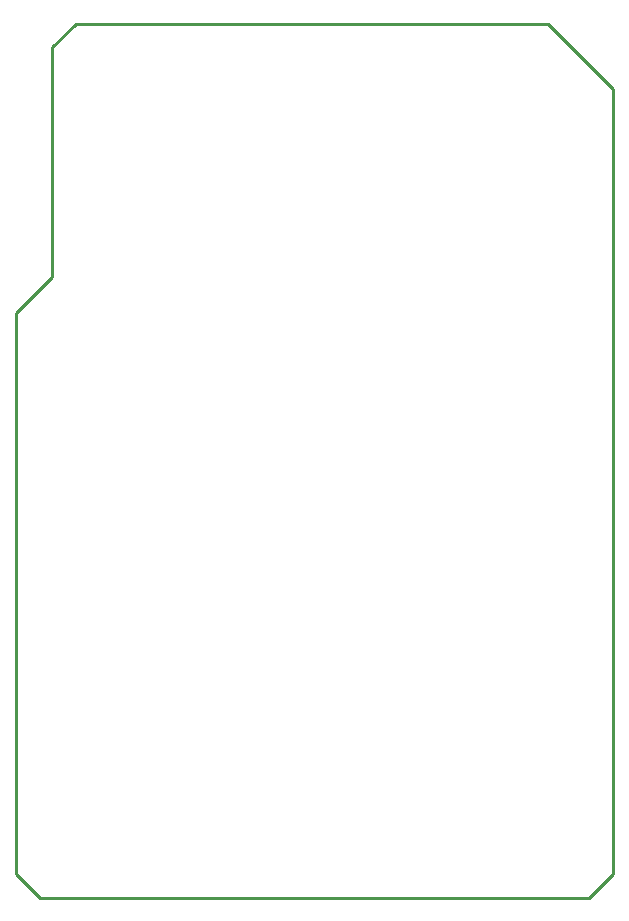
<source format=gko>
G04 Layer_Color=16711935*
%FSAX44Y44*%
%MOMM*%
G71*
G01*
G75*
%ADD31C,0.2540*%
D31*
X01075000Y00465000D02*
X01095000Y00485000D01*
X00610000Y00465000D02*
X01075000D01*
X00620000Y00990000D02*
Y01185000D01*
X00590000Y00960000D02*
X00620000Y00990000D01*
X00590000Y00485000D02*
Y00960000D01*
Y00485000D02*
X00610000Y00465000D01*
X01095000Y00485000D02*
Y01150000D01*
X01040000Y01205000D02*
X01095000Y01150000D01*
X00640000Y01205000D02*
X01040000D01*
X00620000Y01185000D02*
X00640000Y01205000D01*
X00620000Y01185000D02*
Y01185000D01*
M02*

</source>
